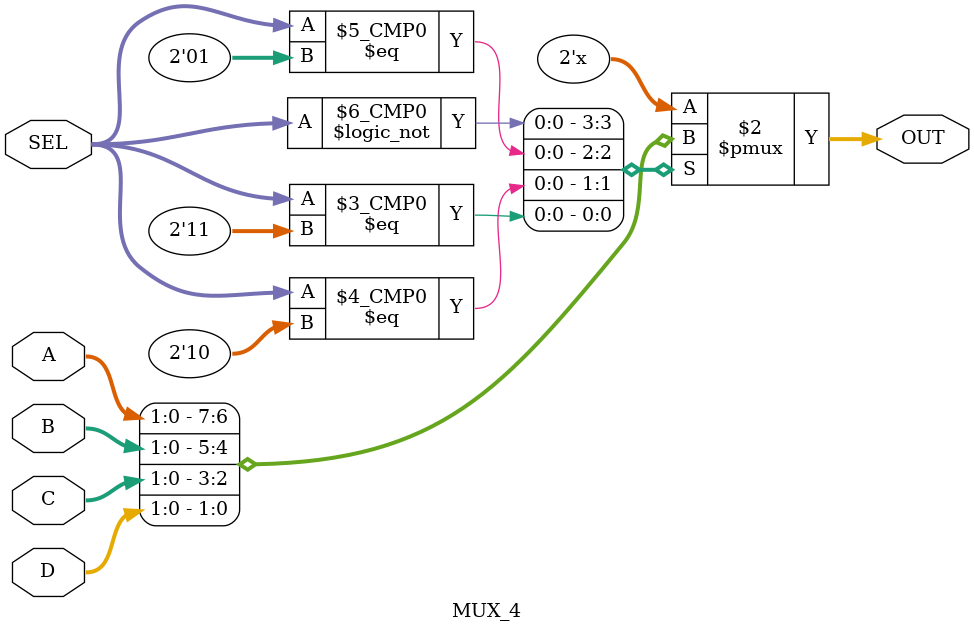
<source format=v>
`timescale 1ns / 1ps


module MUX_4 #(parameter DW=2)(
input wire [DW-1:0] A,B,C,D,SEL,
output reg [DW-1:0] OUT
    );
    
    always@(A,B,C,D,SEL) begin
        case(SEL)
            2'b00: OUT=A;
            2'b01: OUT=B;
            2'b10: OUT=C;
            2'b11: OUT=D;
            default: OUT=A;
        endcase
    end
    
endmodule

</source>
